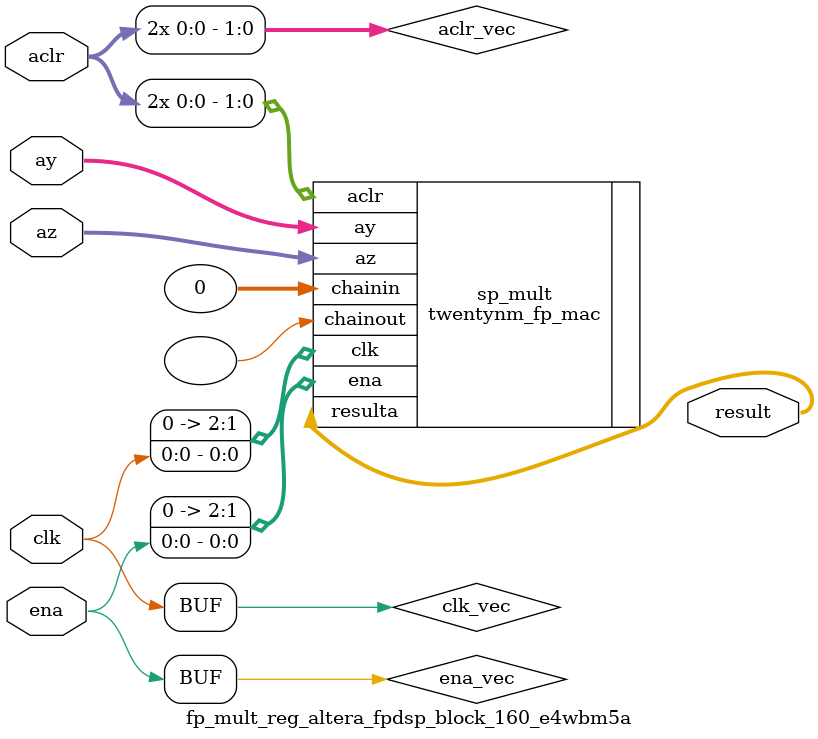
<source format=sv>
module fp_mult_reg_altera_fpdsp_block_160_e4wbm5a  (
    input  wire                          clk,
    input  wire                          ena,
    input  wire                          aclr,
    input  wire [31:0]                   ay,
    input  wire [31:0]                   az,
    output wire [31:0]                   result

	);
    wire [1-1:0] clk_vec;
    wire [1-1:0] ena_vec;
    wire [1:0]                   aclr_vec;
    assign clk_vec[0] = clk;
    assign ena_vec[0] = ena;
    assign aclr_vec[1] = aclr;
    assign aclr_vec[0] = aclr;

twentynm_fp_mac  #(
    .ax_clock("NONE"),
    .ay_clock("0"),
    .az_clock("0"),
    .output_clock("0"),
    .accumulate_clock("NONE"),
    .ax_chainin_pl_clock("NONE"),
    .accum_pipeline_clock("NONE"),
    .mult_pipeline_clock("0"),
    .adder_input_clock("0"),
    .accum_adder_clock("NONE"),
    .use_chainin("false"),
    .operation_mode("sp_mult"),
    .adder_subtract("false")
) sp_mult (
    .clk({1'b0,1'b0,clk_vec[0]}),
    .ena({1'b0,1'b0,ena_vec[0]}),
    .aclr(aclr_vec),
    .ay(ay),
    .az(az),

    .chainin(32'b0),
    .resulta(result),
    .chainout()
);
endmodule


</source>
